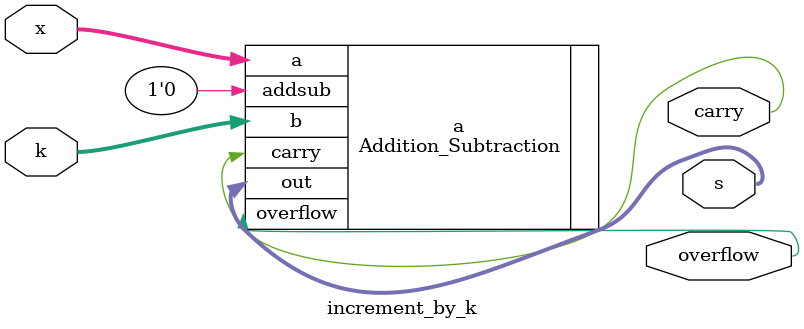
<source format=v>
`timescale 1ns / 1ps
`include "Addition_Subtraction.v"

module increment_by_k(

	input [3:0]x,
	input [3:0]k,
	output [3:0]s,
	output carry,
	output overflow

   );

	Addition_Subtraction a(
		.a(x),
		.b(k),
		.addsub(1'b0),
		.carry(carry),
		.out(s),
		.overflow(overflow)
	);
	
endmodule

</source>
